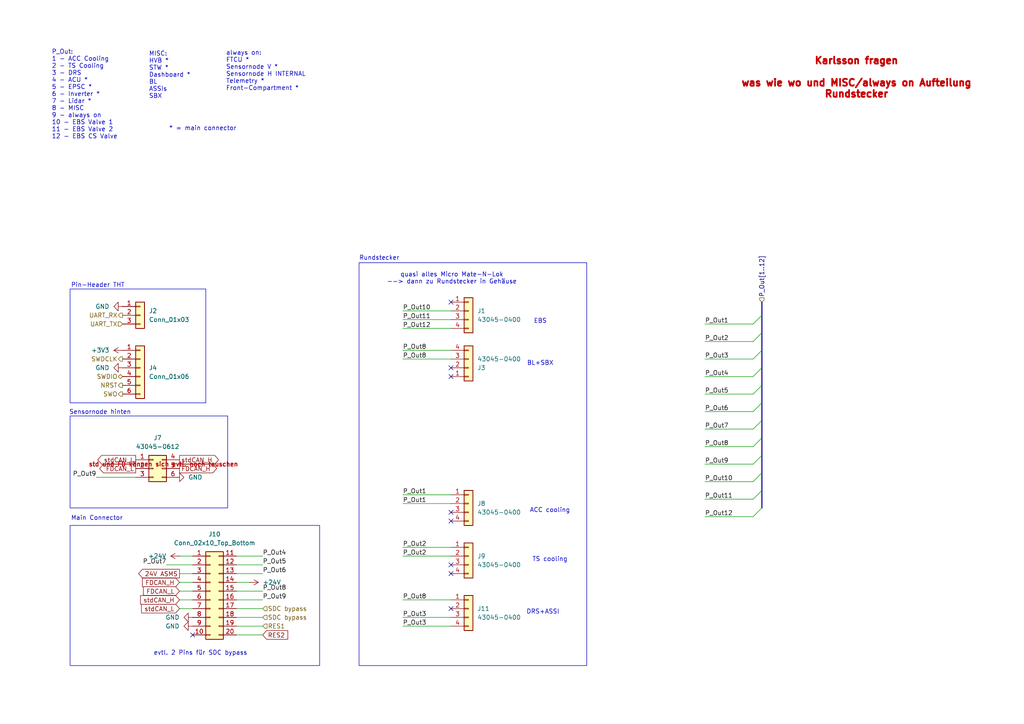
<source format=kicad_sch>
(kicad_sch (version 20231120) (generator "eeschema") (generator_version "8.0")
  (paper "A4")
  (title_block (title "PDU FT25") (date "2024-11-23") (rev "V1.1") (company "Janek Herm") (comment 1 "FaSTTUBe Electronics"))
  (lib_symbols
    (symbol "Connector_Generic:Conn_01x03" (pin_names (offset 1.016) hide)
      (property "Reference" "J" (at 0 5.08 0))
      (property "Value" "Conn_01x03" (at 0 -5.08 0))
      (symbol "Conn_01x03_1_1"
        (rectangle (start -1.27 -2.413) (end 0 -2.667) (stroke (width 0.1524)))
        (rectangle (start -1.27 0.127) (end 0 -0.127) (stroke (width 0.1524)))
        (rectangle (start -1.27 2.667) (end 0 2.413) (stroke (width 0.1524)))
        (rectangle (start -1.27 3.81) (end 1.27 -3.81) (stroke (width 0.254)) (fill (type background)))
        (pin passive line (at -5.08 2.54 0) (length 3.81) (name "Pin_1") (number "1"))
        (pin passive line (at -5.08 0 0) (length 3.81) (name "Pin_2") (number "2"))
        (pin passive line (at -5.08 -2.54 0) (length 3.81) (name "Pin_3") (number "3"))
      )
    )
    (symbol "Connector_Generic:Conn_01x04" (pin_names (offset 1.016) hide)
      (property "Reference" "J" (at 0 5.08 0))
      (property "Value" "Conn_01x04" (at 0 -7.62 0))
      (symbol "Conn_01x04_1_1"
        (rectangle (start -1.27 -4.953) (end 0 -5.207) (stroke (width 0.1524)))
        (rectangle (start -1.27 -2.413) (end 0 -2.667) (stroke (width 0.1524)))
        (rectangle (start -1.27 0.127) (end 0 -0.127) (stroke (width 0.1524)))
        (rectangle (start -1.27 2.667) (end 0 2.413) (stroke (width 0.1524)))
        (rectangle (start -1.27 3.81) (end 1.27 -6.35) (stroke (width 0.254)) (fill (type background)))
        (pin passive line (at -5.08 2.54 0) (length 3.81) (name "Pin_1") (number "1"))
        (pin passive line (at -5.08 0 0) (length 3.81) (name "Pin_2") (number "2"))
        (pin passive line (at -5.08 -2.54 0) (length 3.81) (name "Pin_3") (number "3"))
        (pin passive line (at -5.08 -5.08 0) (length 3.81) (name "Pin_4") (number "4"))
      )
    )
    (symbol "Connector_Generic:Conn_01x06" (pin_names (offset 1.016) hide)
      (property "Reference" "J" (at 0 7.62 0))
      (property "Value" "Conn_01x06" (at 0 -10.16 0))
      (symbol "Conn_01x06_1_1"
        (rectangle (start -1.27 -7.493) (end 0 -7.747) (stroke (width 0.1524)))
        (rectangle (start -1.27 -4.953) (end 0 -5.207) (stroke (width 0.1524)))
        (rectangle (start -1.27 -2.413) (end 0 -2.667) (stroke (width 0.1524)))
        (rectangle (start -1.27 0.127) (end 0 -0.127) (stroke (width 0.1524)))
        (rectangle (start -1.27 2.667) (end 0 2.413) (stroke (width 0.1524)))
        (rectangle (start -1.27 5.207) (end 0 4.953) (stroke (width 0.1524)))
        (rectangle (start -1.27 6.35) (end 1.27 -8.89) (stroke (width 0.254)) (fill (type background)))
        (pin passive line (at -5.08 5.08 0) (length 3.81) (name "Pin_1") (number "1"))
        (pin passive line (at -5.08 2.54 0) (length 3.81) (name "Pin_2") (number "2"))
        (pin passive line (at -5.08 0 0) (length 3.81) (name "Pin_3") (number "3"))
        (pin passive line (at -5.08 -2.54 0) (length 3.81) (name "Pin_4") (number "4"))
        (pin passive line (at -5.08 -5.08 0) (length 3.81) (name "Pin_5") (number "5"))
        (pin passive line (at -5.08 -7.62 0) (length 3.81) (name "Pin_6") (number "6"))
      )
    )
    (symbol "Connector_Generic:Conn_02x03_Top_Bottom" (pin_names (offset 1.016) hide)
      (property "Reference" "J" (at 1.27 5.08 0))
      (property "Value" "Conn_02x03_Top_Bottom" (at 1.27 -5.08 0))
      (symbol "Conn_02x03_Top_Bottom_1_1"
        (rectangle (start -1.27 -2.413) (end 0 -2.667) (stroke (width 0.1524)))
        (rectangle (start -1.27 0.127) (end 0 -0.127) (stroke (width 0.1524)))
        (rectangle (start -1.27 2.667) (end 0 2.413) (stroke (width 0.1524)))
        (rectangle (start -1.27 3.81) (end 3.81 -3.81) (stroke (width 0.254)) (fill (type background)))
        (rectangle (start 3.81 -2.413) (end 2.54 -2.667) (stroke (width 0.1524)))
        (rectangle (start 3.81 0.127) (end 2.54 -0.127) (stroke (width 0.1524)))
        (rectangle (start 3.81 2.667) (end 2.54 2.413) (stroke (width 0.1524)))
        (pin passive line (at -5.08 2.54 0) (length 3.81) (name "Pin_1") (number "1"))
        (pin passive line (at -5.08 0 0) (length 3.81) (name "Pin_2") (number "2"))
        (pin passive line (at -5.08 -2.54 0) (length 3.81) (name "Pin_3") (number "3"))
        (pin passive line (at 7.62 2.54 180) (length 3.81) (name "Pin_4") (number "4"))
        (pin passive line (at 7.62 0 180) (length 3.81) (name "Pin_5") (number "5"))
        (pin passive line (at 7.62 -2.54 180) (length 3.81) (name "Pin_6") (number "6"))
      )
    )
    (symbol "Connector_Generic:Conn_02x10_Top_Bottom" (pin_names (offset 1.016) hide)
      (property "Reference" "J" (at 1.27 12.7 0))
      (property "Value" "Conn_02x10_Top_Bottom" (at 1.27 -15.24 0))
      (symbol "Conn_02x10_Top_Bottom_1_1"
        (rectangle (start -1.27 -12.573) (end 0 -12.827) (stroke (width 0.1524)))
        (rectangle (start -1.27 -10.033) (end 0 -10.287) (stroke (width 0.1524)))
        (rectangle (start -1.27 -7.493) (end 0 -7.747) (stroke (width 0.1524)))
        (rectangle (start -1.27 -4.953) (end 0 -5.207) (stroke (width 0.1524)))
        (rectangle (start -1.27 -2.413) (end 0 -2.667) (stroke (width 0.1524)))
        (rectangle (start -1.27 0.127) (end 0 -0.127) (stroke (width 0.1524)))
        (rectangle (start -1.27 2.667) (end 0 2.413) (stroke (width 0.1524)))
        (rectangle (start -1.27 5.207) (end 0 4.953) (stroke (width 0.1524)))
        (rectangle (start -1.27 7.747) (end 0 7.493) (stroke (width 0.1524)))
        (rectangle (start -1.27 10.287) (end 0 10.033) (stroke (width 0.1524)))
        (rectangle (start -1.27 11.43) (end 3.81 -13.97) (stroke (width 0.254)) (fill (type background)))
        (rectangle (start 3.81 -12.573) (end 2.54 -12.827) (stroke (width 0.1524)))
        (rectangle (start 3.81 -10.033) (end 2.54 -10.287) (stroke (width 0.1524)))
        (rectangle (start 3.81 -7.493) (end 2.54 -7.747) (stroke (width 0.1524)))
        (rectangle (start 3.81 -4.953) (end 2.54 -5.207) (stroke (width 0.1524)))
        (rectangle (start 3.81 -2.413) (end 2.54 -2.667) (stroke (width 0.1524)))
        (rectangle (start 3.81 0.127) (end 2.54 -0.127) (stroke (width 0.1524)))
        (rectangle (start 3.81 2.667) (end 2.54 2.413) (stroke (width 0.1524)))
        (rectangle (start 3.81 5.207) (end 2.54 4.953) (stroke (width 0.1524)))
        (rectangle (start 3.81 7.747) (end 2.54 7.493) (stroke (width 0.1524)))
        (rectangle (start 3.81 10.287) (end 2.54 10.033) (stroke (width 0.1524)))
        (pin passive line (at -5.08 10.16 0) (length 3.81) (name "Pin_1") (number "1"))
        (pin passive line (at -5.08 -12.7 0) (length 3.81) (name "Pin_10") (number "10"))
        (pin passive line (at 7.62 10.16 180) (length 3.81) (name "Pin_11") (number "11"))
        (pin passive line (at 7.62 7.62 180) (length 3.81) (name "Pin_12") (number "12"))
        (pin passive line (at 7.62 5.08 180) (length 3.81) (name "Pin_13") (number "13"))
        (pin passive line (at 7.62 2.54 180) (length 3.81) (name "Pin_14") (number "14"))
        (pin passive line (at 7.62 0 180) (length 3.81) (name "Pin_15") (number "15"))
        (pin passive line (at 7.62 -2.54 180) (length 3.81) (name "Pin_16") (number "16"))
        (pin passive line (at 7.62 -5.08 180) (length 3.81) (name "Pin_17") (number "17"))
        (pin passive line (at 7.62 -7.62 180) (length 3.81) (name "Pin_18") (number "18"))
        (pin passive line (at 7.62 -10.16 180) (length 3.81) (name "Pin_19") (number "19"))
        (pin passive line (at -5.08 7.62 0) (length 3.81) (name "Pin_2") (number "2"))
        (pin passive line (at 7.62 -12.7 180) (length 3.81) (name "Pin_20") (number "20"))
        (pin passive line (at -5.08 5.08 0) (length 3.81) (name "Pin_3") (number "3"))
        (pin passive line (at -5.08 2.54 0) (length 3.81) (name "Pin_4") (number "4"))
        (pin passive line (at -5.08 0 0) (length 3.81) (name "Pin_5") (number "5"))
        (pin passive line (at -5.08 -2.54 0) (length 3.81) (name "Pin_6") (number "6"))
        (pin passive line (at -5.08 -5.08 0) (length 3.81) (name "Pin_7") (number "7"))
        (pin passive line (at -5.08 -7.62 0) (length 3.81) (name "Pin_8") (number "8"))
        (pin passive line (at -5.08 -10.16 0) (length 3.81) (name "Pin_9") (number "9"))
      )
    )
    (symbol "power:+24V" (power) (pin_numbers hide) (pin_names (offset 0) hide)
      (property "Value" "+24V" (at 0 3.556 0))
      (symbol "+24V_0_1"
        (polyline (pts (xy -0.762 1.27) (xy 0 2.54)))
        (polyline (pts (xy 0 0) (xy 0 2.54)))
        (polyline (pts (xy 0 2.54) (xy 0.762 1.27)))
      )
      (symbol "+24V_1_1"
        (pin power_in line (at 0 0 90) (length 0) (name "~") (number "1"))
      )
    )
    (symbol "power:+3.3V" (power) (pin_numbers hide) (pin_names (offset 0) hide)
      (property "Value" "+3.3V" (at 0 3.556 0))
      (symbol "+3.3V_0_1"
        (polyline (pts (xy -0.762 1.27) (xy 0 2.54)))
        (polyline (pts (xy 0 0) (xy 0 2.54)))
        (polyline (pts (xy 0 2.54) (xy 0.762 1.27)))
      )
      (symbol "+3.3V_1_1"
        (pin power_in line (at 0 0 90) (length 0) (name "~") (number "1"))
      )
    )
    (symbol "power:GND" (power) (pin_numbers hide) (pin_names (offset 0) hide)
      (property "Value" "GND" (at 0 -3.81 0))
      (symbol "GND_0_1"
        (polyline (pts (xy 0 0) (xy 0 -1.27) (xy 1.27 -1.27) (xy 0 -2.54) (xy -1.27 -1.27) (xy 0 -1.27)))
      )
      (symbol "GND_1_1"
        (pin power_in line (at 0 0 270) (length 0) (name "~") (number "1"))
      )
    )
  )
  (no_connect (at 130.81 87.63))
  (no_connect (at 130.81 148.59))
  (no_connect (at 130.81 163.83))
  (no_connect (at 130.81 151.13))
  (no_connect (at 130.81 166.37))
  (no_connect (at 130.81 176.53))
  (no_connect (at 55.88 184.15))
  (no_connect (at 130.81 106.68))
  (no_connect (at 130.81 109.22))
  (bus_entry (at 218.44 109.22) (size 2.54 -2.54))
  (bus_entry (at 218.44 99.06) (size 2.54 -2.54))
  (bus_entry (at 218.44 129.54) (size 2.54 -2.54))
  (bus_entry (at 218.44 134.62) (size 2.54 -2.54))
  (bus_entry (at 218.44 119.38) (size 2.54 -2.54))
  (bus_entry (at 218.44 93.98) (size 2.54 -2.54))
  (bus_entry (at 218.44 114.3) (size 2.54 -2.54))
  (bus_entry (at 218.44 139.7) (size 2.54 -2.54))
  (bus_entry (at 218.44 149.86) (size 2.54 -2.54))
  (bus_entry (at 218.44 104.14) (size 2.54 -2.54))
  (bus_entry (at 218.44 144.78) (size 2.54 -2.54))
  (bus_entry (at 218.44 124.46) (size 2.54 -2.54))
  (wire (pts (xy 204.47 149.86) (xy 218.44 149.86)))
  (wire (pts (xy 116.84 146.05) (xy 130.81 146.05)))
  (bus (pts (xy 220.98 142.24) (xy 220.98 147.32)))
  (bus (pts (xy 220.98 121.92) (xy 220.98 127)))
  (wire (pts (xy 116.84 92.71) (xy 130.81 92.71)))
  (wire (pts (xy 52.07 161.29) (xy 55.88 161.29)))
  (wire (pts (xy 116.84 95.25) (xy 130.81 95.25)))
  (bus (pts (xy 220.98 127) (xy 220.98 132.08)))
  (wire (pts (xy 116.84 161.29) (xy 130.81 161.29)))
  (wire (pts (xy 204.47 134.62) (xy 218.44 134.62)))
  (wire (pts (xy 52.07 176.53) (xy 55.88 176.53)))
  (wire (pts (xy 68.58 184.15) (xy 76.2 184.15)))
  (wire (pts (xy 68.58 166.37) (xy 76.2 166.37)))
  (wire (pts (xy 204.47 129.54) (xy 218.44 129.54)))
  (bus (pts (xy 220.98 116.84) (xy 220.98 121.92)))
  (wire (pts (xy 204.47 139.7) (xy 218.44 139.7)))
  (wire (pts (xy 204.47 119.38) (xy 218.44 119.38)))
  (wire (pts (xy 204.47 114.3) (xy 218.44 114.3)))
  (bus (pts (xy 220.98 101.6) (xy 220.98 106.68)))
  (wire (pts (xy 204.47 99.06) (xy 218.44 99.06)))
  (wire (pts (xy 204.47 124.46) (xy 218.44 124.46)))
  (bus (pts (xy 220.98 137.16) (xy 220.98 142.24)))
  (wire (pts (xy 116.84 181.61) (xy 130.81 181.61)))
  (bus (pts (xy 220.98 111.76) (xy 220.98 116.84)))
  (wire (pts (xy 68.58 179.07) (xy 76.2 179.07)))
  (wire (pts (xy 116.84 143.51) (xy 130.81 143.51)))
  (wire (pts (xy 204.47 109.22) (xy 218.44 109.22)))
  (wire (pts (xy 116.84 179.07) (xy 130.81 179.07)))
  (wire (pts (xy 72.39 168.91) (xy 68.58 168.91)))
  (wire (pts (xy 68.58 171.45) (xy 76.2 171.45)))
  (bus (pts (xy 220.98 87.63) (xy 220.98 91.44)))
  (wire (pts (xy 52.07 166.37) (xy 55.88 166.37)))
  (bus (pts (xy 220.98 91.44) (xy 220.98 96.52)))
  (wire (pts (xy 204.47 104.14) (xy 218.44 104.14)))
  (wire (pts (xy 130.81 104.14) (xy 116.84 104.14)))
  (wire (pts (xy 55.88 163.83) (xy 48.26 163.83)))
  (bus (pts (xy 220.98 96.52) (xy 220.98 101.6)))
  (wire (pts (xy 68.58 163.83) (xy 76.2 163.83)))
  (wire (pts (xy 27.94 138.43) (xy 39.37 138.43)))
  (wire (pts (xy 52.07 173.99) (xy 55.88 173.99)))
  (wire (pts (xy 68.58 161.29) (xy 76.2 161.29)))
  (bus (pts (xy 220.98 106.68) (xy 220.98 111.76)))
  (wire (pts (xy 204.47 144.78) (xy 218.44 144.78)))
  (wire (pts (xy 68.58 173.99) (xy 76.2 173.99)))
  (wire (pts (xy 52.07 171.45) (xy 55.88 171.45)))
  (wire (pts (xy 68.58 176.53) (xy 76.2 176.53)))
  (wire (pts (xy 116.84 101.6) (xy 130.81 101.6)))
  (bus (pts (xy 220.98 132.08) (xy 220.98 137.16)))
  (wire (pts (xy 116.84 173.99) (xy 130.81 173.99)))
  (wire (pts (xy 204.47 93.98) (xy 218.44 93.98)))
  (wire (pts (xy 68.58 181.61) (xy 76.2 181.61)))
  (wire (pts (xy 116.84 90.17) (xy 130.81 90.17)))
  (wire (pts (xy 116.84 158.75) (xy 130.81 158.75)))
  (wire (pts (xy 52.07 168.91) (xy 55.88 168.91)))
  (wire (pts (xy 50.8 138.43) (xy 52.07 138.43)))
  (rectangle (start 20.32 83.82) (end 59.69 116.84))
  (rectangle (start 104.14 76.2) (end 170.18 193.04))
  (rectangle (start 20.32 152.4) (end 92.71 193.04))
  (rectangle (start 20.32 120.65) (end 66.04 147.32))
  (text "* = main connector" (at 49.022 37.338 0) (effects (font (size 1.27 1.27)) (justify left)))
  (text "DRS+ASSI" (at 157.48 177.546 0) (effects (font (size 1.27 1.27))))
  (text "Pin-Header THT" (at 20.574 82.804 0) (effects (font (size 1.27 1.27)) (justify left)))
  (text "quasi alles Micro Mate-N-Lok\n--> dann zu Rundstecker in Gehäuse" (at 131.064 80.772 0) (effects (font (size 1.27 1.27) (thickness 0.1588))))
  (text "Sensornode hinten" (at 20.066 119.634 0) (effects (font (size 1.27 1.27)) (justify left)))
  (text "Rundstecker" (at 104.14 74.93 0) (effects (font (size 1.27 1.27)) (justify left)))
  (text "Karlsson fragen\n\nwas wie wo und MISC/always on Aufteilung\nRundstecker" (at 248.412 22.606 0) (effects (font (size 2 2) (thickness 0.7) (bold yes))))
  (text "Main Connector" (at 20.574 150.368 0) (effects (font (size 1.27 1.27)) (justify left)))
  (text "evtl. 2 Pins für SDC bypass" (at 58.166 189.484 0) (effects (font (size 1.27 1.27))))
  (text "EBS" (at 156.718 93.218 0) (effects (font (size 1.27 1.27))))
  (text "MISC:\nHVB *\nSTW *\nDashboard *\nBL\nASSIs\nSBX" (at 43.18 21.844 0) (effects (font (size 1.27 1.27)) (justify left)))
  (text "TS cooling" (at 159.512 162.306 0) (effects (font (size 1.27 1.27))))
  (text "std und FD können sich evtl. noch tauschen" (at 25.654 134.874 0) (effects (font (size 1.27 1.27) (thickness 0.254) (bold yes)) (justify left)))
  (text "P_Out:\n1 - ACC Cooling \n2 - TS Cooling\n3 - DRS\n4 - ACU *\n5 - EPSC *\n6 - Inverter *\n7 - Lidar *\n8 - MISC\n9 - always on\n10 - EBS Valve 1\n11 - EBS Valve 2\n12 - EBS CS Valve" (at 14.986 27.432 0) (effects (font (size 1.27 1.27)) (justify left)))
  (text "BL+SBX" (at 156.718 105.41 0) (effects (font (size 1.27 1.27))))
  (text "ACC cooling" (at 159.512 148.082 0) (effects (font (size 1.27 1.27))))
  (text "always on:\nFTCU *\nSensornode V *\nSensornode H INTERNAL\nTelemetry * \nFront-Compartment *" (at 65.532 20.574 0) (effects (font (size 1.27 1.27)) (justify left)))
  (label "P_Out10" (at 204.47 139.7 0))
  (label "P_Out7" (at 48.26 163.83 180))
  (label "P_Out3" (at 204.47 104.14 0))
  (label "P_Out1" (at 204.47 93.98 0))
  (label "P_Out8" (at 204.47 129.54 0))
  (label "P_Out8" (at 116.84 173.99 0))
  (label "P_Out1" (at 116.84 143.51 0))
  (label "P_Out9" (at 204.47 134.62 0))
  (label "P_Out8" (at 116.84 101.6 0))
  (label "P_Out11" (at 204.47 144.78 0))
  (label "P_Out5" (at 204.47 114.3 0))
  (label "P_Out9" (at 76.2 173.99 0))
  (label "P_Out12" (at 204.47 149.86 0))
  (label "P_Out2" (at 204.47 99.06 0))
  (label "P_Out3" (at 116.84 181.61 0))
  (label "P_Out10" (at 116.84 90.17 0))
  (label "P_Out9" (at 27.94 138.43 180))
  (label "P_Out8" (at 76.2 171.45 0))
  (label "P_Out6" (at 76.2 166.37 0))
  (label "P_Out12" (at 116.84 95.25 0))
  (label "P_Out2" (at 116.84 161.29 0))
  (label "P_Out4" (at 76.2 161.29 0))
  (label "P_Out5" (at 76.2 163.83 0))
  (label "P_Out7" (at 204.47 124.46 0))
  (label "P_Out1" (at 116.84 146.05 0))
  (label "P_Out8" (at 116.84 104.14 0))
  (label "P_Out3" (at 116.84 179.07 0))
  (label "P_Out2" (at 116.84 158.75 0))
  (label "P_Out11" (at 116.84 92.71 0))
  (label "P_Out4" (at 204.47 109.22 0))
  (label "P_Out6" (at 204.47 119.38 0))
  (global_label "stdCAN_H" (shape output) (at 52.07 133.35 0) (property "Intersheetrefs" "${INTERSHEET_REFS}" (effects (hide yes))))
  (global_label "24V ASMS" (shape output) (at 52.07 166.37 180) (property "Intersheetrefs" "${INTERSHEET_REFS}" (effects (hide yes))))
  (global_label "FDCAN_H" (shape output) (at 52.07 135.89 0) (property "Intersheetrefs" "${INTERSHEET_REFS}" (effects (hide yes))))
  (global_label "stdCAN_L" (shape input) (at 52.07 176.53 180) (property "Intersheetrefs" "${INTERSHEET_REFS}" (effects (hide yes))))
  (global_label "FDCAN_L" (shape output) (at 39.37 135.89 180) (property "Intersheetrefs" "${INTERSHEET_REFS}" (effects (hide yes))))
  (global_label "FDCAN_L" (shape input) (at 52.07 171.45 180) (property "Intersheetrefs" "${INTERSHEET_REFS}" (effects (hide yes))))
  (global_label "stdCAN_H" (shape input) (at 52.07 173.99 180) (property "Intersheetrefs" "${INTERSHEET_REFS}" (effects (hide yes))))
  (global_label "stdCAN_L" (shape output) (at 39.37 133.35 180) (property "Intersheetrefs" "${INTERSHEET_REFS}" (effects (hide yes))))
  (global_label "FDCAN_H" (shape input) (at 52.07 168.91 180) (property "Intersheetrefs" "${INTERSHEET_REFS}" (effects (hide yes))))
  (global_label "RES2" (shape input) (at 76.2 184.15 0) (property "Intersheetrefs" "${INTERSHEET_REFS}" (effects (hide yes))))
  (hierarchical_label "P_Out[1..12]" (shape input) (at 220.98 87.63 90) (effects (font (thickness 0.1588))))
  (hierarchical_label "SWDIO" (shape bidirectional) (at 35.56 109.22 180) (effects (font (thickness 0.1588))))
  (hierarchical_label "SWO" (shape output) (at 35.56 114.3 180))
  (hierarchical_label "RES1" (shape input) (at 76.2 181.61 0))
  (hierarchical_label "UART_TX" (shape input) (at 35.56 93.98 180))
  (hierarchical_label "SDC bypass" (shape input) (at 76.2 176.53 0))
  (hierarchical_label "NRST" (shape output) (at 35.56 111.76 180) (effects (font (thickness 0.1588))))
  (hierarchical_label "SWDCLK" (shape output) (at 35.56 104.14 180))
  (hierarchical_label "UART_RX" (shape output) (at 35.56 91.44 180))
  (hierarchical_label "SDC bypass" (shape input) (at 76.2 179.07 0))
  (symbol (lib_id "Connector_Generic:Conn_01x04") (at 135.89 90.17 0) (unit 1)
    (property "Reference" "J1" (at 138.43 90.1699 0) (effects (justify left)))
    (property "Value" "43045-0400" (at 138.43 92.7099 0) (effects (justify left)))
    (property "Footprint" "43045-0400:43045-04_00,01,02,10_" (effects (hide yes)))
    (property "Description" "Generic connector, single row, 01x04, script generated (kicad-library-utils/schlib/autogen/connector/)" (effects (hide yes)))
  )
  (symbol (lib_id "power:GND") (at 55.88 179.07 270) (unit 1)
    (property "Reference" "#PWR044" (effects (hide yes)))
    (property "Value" "GND" (at 52.07 179.0699 90) (effects (justify right)))
    (property "Description" "Power symbol creates a global label with name \"GND\" , ground" (effects (hide yes)))
  )
  (symbol (lib_id "power:+3.3V") (at 35.56 101.6 90) (unit 1)
    (property "Reference" "#PWR035" (effects (hide yes)))
    (property "Value" "+3V3" (at 31.75 101.5999 90) (effects (justify left)))
    (property "Description" "Power symbol creates a global label with name \"+3.3V\"" (effects (hide yes)))
  )
  (symbol (lib_id "power:+24V") (at 52.07 161.29 90) (unit 1)
    (property "Reference" "#PWR0195" (effects (hide yes)))
    (property "Value" "+24V" (at 48.26 161.2899 90) (effects (justify left)))
    (property "Description" "Power symbol creates a global label with name \"+24V\"" (effects (hide yes)))
  )
  (symbol (lib_id "power:+24V") (at 72.39 168.91 270) (mirror x) (unit 1)
    (property "Reference" "#PWR0196" (effects (hide yes)))
    (property "Value" "+24V" (at 76.2 168.9099 90) (effects (justify left)))
    (property "Description" "Power symbol creates a global label with name \"+24V\"" (effects (hide yes)))
  )
  (symbol (lib_id "Connector_Generic:Conn_01x04") (at 135.89 146.05 0) (unit 1)
    (property "Reference" "J8" (at 138.43 146.0499 0) (effects (justify left)))
    (property "Value" "43045-0400" (at 138.43 148.5899 0) (effects (justify left)))
    (property "Footprint" "43045-0400:43045-04_00,01,02,10_" (effects (hide yes)))
    (property "Description" "Generic connector, single row, 01x04, script generated (kicad-library-utils/schlib/autogen/connector/)" (effects (hide yes)))
  )
  (symbol (lib_id "power:GND") (at 35.56 88.9 270) (unit 1)
    (property "Reference" "#PWR034" (effects (hide yes)))
    (property "Value" "GND" (at 31.75 88.8999 90) (effects (justify right)))
    (property "Description" "Power symbol creates a global label with name \"GND\" , ground" (effects (hide yes)))
  )
  (symbol (lib_id "power:GND") (at 55.88 181.61 270) (unit 1)
    (property "Reference" "#PWR045" (effects (hide yes)))
    (property "Value" "GND" (at 52.07 181.6099 90) (effects (justify right)))
    (property "Description" "Power symbol creates a global label with name \"GND\" , ground" (effects (hide yes)))
  )
  (symbol (lib_id "Connector_Generic:Conn_01x04") (at 135.89 106.68 0) (mirror x) (unit 1)
    (property "Reference" "J3" (at 138.43 106.6801 0) (effects (justify left)))
    (property "Value" "43045-0400" (at 138.43 104.1401 0) (effects (justify left)))
    (property "Footprint" "43045-0400:43045-04_00,01,02,10_" (effects (hide yes)))
    (property "Description" "Generic connector, single row, 01x04, script generated (kicad-library-utils/schlib/autogen/connector/)" (effects (hide yes)))
  )
  (symbol (lib_id "Connector_Generic:Conn_01x06") (at 40.64 106.68 0) (unit 1)
    (property "Reference" "J4" (at 43.18 106.6799 0) (effects (justify left)))
    (property "Value" "Conn_01x06" (at 43.18 109.2199 0) (effects (justify left)))
    (property "Footprint" "Connector_PinHeader_2.54mm:PinHeader_1x06_P2.54mm_Vertical" (effects (hide yes)))
    (property "Description" "Generic connector, single row, 01x06, script generated (kicad-library-utils/schlib/autogen/connector/)" (effects (hide yes)))
  )
  (symbol (lib_id "Connector_Generic:Conn_01x04") (at 135.89 176.53 0) (unit 1)
    (property "Reference" "J11" (at 138.43 176.5299 0) (effects (justify left)))
    (property "Value" "43045-0400" (at 138.43 179.0699 0) (effects (justify left)))
    (property "Footprint" "43045-0400:43045-04_00,01,02,10_" (effects (hide yes)))
    (property "Description" "Generic connector, single row, 01x04, script generated (kicad-library-utils/schlib/autogen/connector/)" (effects (hide yes)))
  )
  (symbol (lib_id "Connector_Generic:Conn_01x04") (at 135.89 161.29 0) (unit 1)
    (property "Reference" "J9" (at 138.43 161.2899 0) (effects (justify left)))
    (property "Value" "43045-0400" (at 138.43 163.8299 0) (effects (justify left)))
    (property "Footprint" "43045-0400:43045-04_00,01,02,10_" (effects (hide yes)))
    (property "Description" "Generic connector, single row, 01x04, script generated (kicad-library-utils/schlib/autogen/connector/)" (effects (hide yes)))
  )
  (symbol (lib_id "Connector_Generic:Conn_02x03_Top_Bottom") (at 44.45 135.89 0) (unit 1)
    (property "Reference" "J7" (at 45.72 127 0))
    (property "Value" "43045-0612" (at 45.72 129.54 0))
    (property "Footprint" "Connector_Molex:Molex_Micro-Fit_3.0_43045-0612_2x03_P3.00mm_Vertical" (effects (hide yes)))
    (property "Description" "Generic connector, double row, 02x03, top/bottom pin numbering scheme (row 1: 1...pins_per_row, row2: pins_per_row+1 ... num_pins), script generated (kicad-library-utils/schlib/autogen/connector/)" (effects (hide yes)))
  )
  (symbol (lib_id "Connector_Generic:Conn_02x10_Top_Bottom") (at 60.96 171.45 0) (unit 1)
    (property "Reference" "J10" (at 62.23 154.94 0))
    (property "Value" "Conn_02x10_Top_Bottom" (at 62.23 157.48 0))
    (property "Footprint" "6437288-4:64372884" (effects (hide yes)))
    (property "Description" "Generic connector, double row, 02x10, top/bottom pin numbering scheme (row 1: 1...pins_per_row, row2: pins_per_row+1 ... num_pins), script generated (kicad-library-utils/schlib/autogen/connector/)" (effects (hide yes)))
  )
  (symbol (lib_id "power:GND") (at 50.8 138.43 90) (unit 1)
    (property "Reference" "#PWR040" (effects (hide yes)))
    (property "Value" "GND" (at 54.61 138.4299 90) (effects (justify right)))
    (property "Description" "Power symbol creates a global label with name \"GND\" , ground" (effects (hide yes)))
  )
  (symbol (lib_id "Connector_Generic:Conn_01x03") (at 40.64 91.44 0) (unit 1)
    (property "Reference" "J2" (at 43.18 90.1699 0) (effects (justify left)))
    (property "Value" "Conn_01x03" (at 43.18 92.7099 0) (effects (justify left)))
    (property "Footprint" "Connector_PinHeader_2.54mm:PinHeader_1x03_P2.54mm_Vertical" (effects (hide yes)))
    (property "Description" "Generic connector, single row, 01x03, script generated (kicad-library-utils/schlib/autogen/connector/)" (effects (hide yes)))
  )
  (symbol (lib_id "power:GND") (at 35.56 106.68 270) (unit 1)
    (property "Reference" "#PWR037" (effects (hide yes)))
    (property "Value" "GND" (at 31.75 106.6799 90) (effects (justify right)))
    (property "Description" "Power symbol creates a global label with name \"GND\" , ground" (effects (hide yes)))
  )
)
</source>
